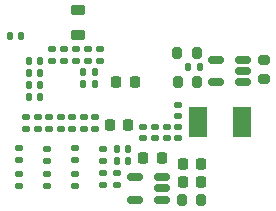
<source format=gbp>
G04 #@! TF.GenerationSoftware,KiCad,Pcbnew,8.0.0-rc1*
G04 #@! TF.CreationDate,2025-03-14T12:06:18+03:00*
G04 #@! TF.ProjectId,Movita_IO_Expansion_Board_V2.0,4d6f7669-7461-45f4-994f-5f457870616e,REV1*
G04 #@! TF.SameCoordinates,Original*
G04 #@! TF.FileFunction,Paste,Bot*
G04 #@! TF.FilePolarity,Positive*
%FSLAX46Y46*%
G04 Gerber Fmt 4.6, Leading zero omitted, Abs format (unit mm)*
G04 Created by KiCad (PCBNEW 8.0.0-rc1) date 2025-03-14 12:06:18*
%MOMM*%
%LPD*%
G01*
G04 APERTURE LIST*
G04 Aperture macros list*
%AMRoundRect*
0 Rectangle with rounded corners*
0 $1 Rounding radius*
0 $2 $3 $4 $5 $6 $7 $8 $9 X,Y pos of 4 corners*
0 Add a 4 corners polygon primitive as box body*
4,1,4,$2,$3,$4,$5,$6,$7,$8,$9,$2,$3,0*
0 Add four circle primitives for the rounded corners*
1,1,$1+$1,$2,$3*
1,1,$1+$1,$4,$5*
1,1,$1+$1,$6,$7*
1,1,$1+$1,$8,$9*
0 Add four rect primitives between the rounded corners*
20,1,$1+$1,$2,$3,$4,$5,0*
20,1,$1+$1,$4,$5,$6,$7,0*
20,1,$1+$1,$6,$7,$8,$9,0*
20,1,$1+$1,$8,$9,$2,$3,0*%
G04 Aperture macros list end*
%ADD10RoundRect,0.200000X0.200000X0.275000X-0.200000X0.275000X-0.200000X-0.275000X0.200000X-0.275000X0*%
%ADD11RoundRect,0.140000X-0.170000X0.140000X-0.170000X-0.140000X0.170000X-0.140000X0.170000X0.140000X0*%
%ADD12RoundRect,0.140000X0.170000X-0.140000X0.170000X0.140000X-0.170000X0.140000X-0.170000X-0.140000X0*%
%ADD13RoundRect,0.218750X0.218750X0.256250X-0.218750X0.256250X-0.218750X-0.256250X0.218750X-0.256250X0*%
%ADD14RoundRect,0.135000X0.185000X-0.135000X0.185000X0.135000X-0.185000X0.135000X-0.185000X-0.135000X0*%
%ADD15RoundRect,0.140000X0.140000X0.170000X-0.140000X0.170000X-0.140000X-0.170000X0.140000X-0.170000X0*%
%ADD16RoundRect,0.140000X-0.140000X-0.170000X0.140000X-0.170000X0.140000X0.170000X-0.140000X0.170000X0*%
%ADD17RoundRect,0.200000X-0.200000X-0.275000X0.200000X-0.275000X0.200000X0.275000X-0.200000X0.275000X0*%
%ADD18RoundRect,0.225000X-0.225000X-0.250000X0.225000X-0.250000X0.225000X0.250000X-0.225000X0.250000X0*%
%ADD19RoundRect,0.150000X0.512500X0.150000X-0.512500X0.150000X-0.512500X-0.150000X0.512500X-0.150000X0*%
%ADD20R,1.500000X2.500000*%
%ADD21RoundRect,0.225000X0.225000X0.250000X-0.225000X0.250000X-0.225000X-0.250000X0.225000X-0.250000X0*%
%ADD22RoundRect,0.200000X0.275000X-0.200000X0.275000X0.200000X-0.275000X0.200000X-0.275000X-0.200000X0*%
%ADD23RoundRect,0.218750X-0.381250X0.218750X-0.381250X-0.218750X0.381250X-0.218750X0.381250X0.218750X0*%
G04 APERTURE END LIST*
D10*
X131624990Y-79699990D03*
X129974990Y-79699990D03*
D11*
X124520000Y-77410000D03*
X124520000Y-78370000D03*
D12*
X118752500Y-73620000D03*
X118752500Y-72660000D03*
D11*
X123290000Y-77410000D03*
X123290000Y-78370000D03*
D12*
X117772500Y-73620000D03*
X117772500Y-72660000D03*
D11*
X122050000Y-66920000D03*
X122050000Y-67880000D03*
D13*
X125460000Y-73330000D03*
X123885000Y-73330000D03*
D14*
X118590000Y-78460000D03*
X118590000Y-77440000D03*
D15*
X122619990Y-68839990D03*
X121659990Y-68839990D03*
D16*
X117030000Y-67920000D03*
X117990000Y-67920000D03*
D12*
X116792500Y-73630000D03*
X116792500Y-72670000D03*
D17*
X129595000Y-67190000D03*
X131245000Y-67190000D03*
D16*
X115429990Y-65750000D03*
X116389990Y-65750000D03*
D11*
X129700000Y-73500000D03*
X129700000Y-74460000D03*
D18*
X130045000Y-78150000D03*
X131595000Y-78150000D03*
D19*
X135187500Y-67810000D03*
X135187500Y-68760000D03*
X135187500Y-69710000D03*
X132912500Y-69710000D03*
X132912500Y-67810000D03*
D12*
X129700000Y-72570000D03*
X129700000Y-71610000D03*
D16*
X117030000Y-68940000D03*
X117990000Y-68940000D03*
D13*
X125997490Y-69719990D03*
X124422490Y-69719990D03*
D12*
X121692500Y-73620000D03*
X121692500Y-72660000D03*
D14*
X120970000Y-78460000D03*
X120970000Y-77440000D03*
D11*
X121050000Y-66920000D03*
X121050000Y-67880000D03*
D18*
X130045000Y-76615000D03*
X131595000Y-76615000D03*
D14*
X123330000Y-76400000D03*
X123330000Y-75380000D03*
X116210000Y-78480000D03*
X116210000Y-77460000D03*
D17*
X129625000Y-69720000D03*
X131275000Y-69720000D03*
D14*
X118580000Y-76370000D03*
X118580000Y-75350000D03*
D16*
X124510000Y-75370000D03*
X125470000Y-75370000D03*
D15*
X131490000Y-68450000D03*
X130530000Y-68450000D03*
D20*
X135096736Y-73080000D03*
X131396736Y-73080000D03*
D16*
X117040000Y-69950000D03*
X118000000Y-69950000D03*
D12*
X119732500Y-73620000D03*
X119732500Y-72660000D03*
D16*
X117020000Y-70970000D03*
X117980000Y-70970000D03*
D11*
X119020000Y-66920000D03*
X119020000Y-67880000D03*
D15*
X122619990Y-69839990D03*
X121659990Y-69839990D03*
D21*
X128290000Y-76120000D03*
X126740000Y-76120000D03*
D11*
X127710000Y-73500000D03*
X127710000Y-74460000D03*
D16*
X124500000Y-76350000D03*
X125460000Y-76350000D03*
D22*
X136929990Y-69444990D03*
X136929990Y-67794990D03*
D11*
X123080000Y-66920000D03*
X123080000Y-67880000D03*
D12*
X122672500Y-73620000D03*
X122672500Y-72660000D03*
X120712500Y-73620000D03*
X120712500Y-72660000D03*
D14*
X120970000Y-76300000D03*
X120970000Y-75280000D03*
D19*
X128307500Y-77727500D03*
X128307500Y-78677500D03*
X128307500Y-79627500D03*
X126032500Y-79627500D03*
X126032500Y-77727500D03*
D14*
X116220000Y-76300000D03*
X116220000Y-75280000D03*
D11*
X126700000Y-73500000D03*
X126700000Y-74460000D03*
X128700000Y-73500000D03*
X128700000Y-74460000D03*
X120040000Y-66910000D03*
X120040000Y-67870000D03*
D23*
X121230000Y-63597500D03*
X121230000Y-65722500D03*
M02*

</source>
